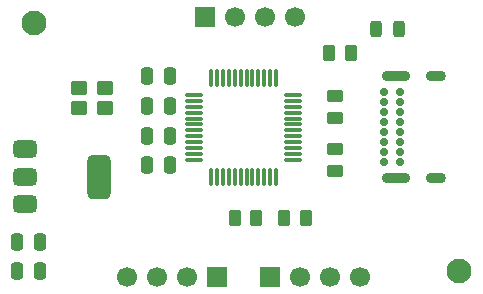
<source format=gbr>
%TF.GenerationSoftware,KiCad,Pcbnew,9.0.2*%
%TF.CreationDate,2025-06-11T21:18:27+05:30*%
%TF.ProjectId,STM 32,53544d20-3332-42e6-9b69-6361645f7063,rev?*%
%TF.SameCoordinates,Original*%
%TF.FileFunction,Soldermask,Top*%
%TF.FilePolarity,Negative*%
%FSLAX46Y46*%
G04 Gerber Fmt 4.6, Leading zero omitted, Abs format (unit mm)*
G04 Created by KiCad (PCBNEW 9.0.2) date 2025-06-11 21:18:27*
%MOMM*%
%LPD*%
G01*
G04 APERTURE LIST*
G04 Aperture macros list*
%AMRoundRect*
0 Rectangle with rounded corners*
0 $1 Rounding radius*
0 $2 $3 $4 $5 $6 $7 $8 $9 X,Y pos of 4 corners*
0 Add a 4 corners polygon primitive as box body*
4,1,4,$2,$3,$4,$5,$6,$7,$8,$9,$2,$3,0*
0 Add four circle primitives for the rounded corners*
1,1,$1+$1,$2,$3*
1,1,$1+$1,$4,$5*
1,1,$1+$1,$6,$7*
1,1,$1+$1,$8,$9*
0 Add four rect primitives between the rounded corners*
20,1,$1+$1,$2,$3,$4,$5,0*
20,1,$1+$1,$4,$5,$6,$7,0*
20,1,$1+$1,$6,$7,$8,$9,0*
20,1,$1+$1,$8,$9,$2,$3,0*%
G04 Aperture macros list end*
%ADD10R,1.700000X1.700000*%
%ADD11C,1.700000*%
%ADD12RoundRect,0.250000X-0.250000X-0.475000X0.250000X-0.475000X0.250000X0.475000X-0.250000X0.475000X0*%
%ADD13RoundRect,0.075000X-0.662500X-0.075000X0.662500X-0.075000X0.662500X0.075000X-0.662500X0.075000X0*%
%ADD14RoundRect,0.075000X-0.075000X-0.662500X0.075000X-0.662500X0.075000X0.662500X-0.075000X0.662500X0*%
%ADD15RoundRect,0.250000X0.262500X0.450000X-0.262500X0.450000X-0.262500X-0.450000X0.262500X-0.450000X0*%
%ADD16RoundRect,0.250000X-0.262500X-0.450000X0.262500X-0.450000X0.262500X0.450000X-0.262500X0.450000X0*%
%ADD17RoundRect,0.250000X0.450000X0.350000X-0.450000X0.350000X-0.450000X-0.350000X0.450000X-0.350000X0*%
%ADD18C,2.100000*%
%ADD19C,0.700000*%
%ADD20O,2.400000X0.900000*%
%ADD21O,1.700000X0.900000*%
%ADD22RoundRect,0.250000X0.450000X-0.262500X0.450000X0.262500X-0.450000X0.262500X-0.450000X-0.262500X0*%
%ADD23RoundRect,0.375000X-0.625000X-0.375000X0.625000X-0.375000X0.625000X0.375000X-0.625000X0.375000X0*%
%ADD24RoundRect,0.500000X-0.500000X-1.400000X0.500000X-1.400000X0.500000X1.400000X-0.500000X1.400000X0*%
%ADD25RoundRect,0.250000X0.250000X0.475000X-0.250000X0.475000X-0.250000X-0.475000X0.250000X-0.475000X0*%
%ADD26RoundRect,0.243750X0.243750X0.456250X-0.243750X0.456250X-0.243750X-0.456250X0.243750X-0.456250X0*%
G04 APERTURE END LIST*
D10*
%TO.C,UART*%
X104000000Y-113000000D03*
D11*
X101460000Y-113000000D03*
X98920000Y-113000000D03*
X96380000Y-113000000D03*
%TD*%
D12*
%TO.C,C6*%
X87100000Y-110000000D03*
X89000000Y-110000000D03*
%TD*%
D10*
%TO.C,I2C*%
X108500000Y-113000000D03*
D11*
X111040000Y-113000000D03*
X113580000Y-113000000D03*
X116120000Y-113000000D03*
%TD*%
D13*
%TO.C,STM32*%
X102087500Y-97587500D03*
X102087500Y-98087500D03*
X102087500Y-98587500D03*
X102087500Y-99087500D03*
X102087500Y-99587500D03*
X102087500Y-100087500D03*
X102087500Y-100587500D03*
X102087500Y-101087500D03*
X102087500Y-101587500D03*
X102087500Y-102087500D03*
X102087500Y-102587500D03*
X102087500Y-103087500D03*
D14*
X103500000Y-104500000D03*
X104000000Y-104500000D03*
X104500000Y-104500000D03*
X105000000Y-104500000D03*
X105500000Y-104500000D03*
X106000000Y-104500000D03*
X106500000Y-104500000D03*
X107000000Y-104500000D03*
X107500000Y-104500000D03*
X108000000Y-104500000D03*
X108500000Y-104500000D03*
X109000000Y-104500000D03*
D13*
X110412500Y-103087500D03*
X110412500Y-102587500D03*
X110412500Y-102087500D03*
X110412500Y-101587500D03*
X110412500Y-101087500D03*
X110412500Y-100587500D03*
X110412500Y-100087500D03*
X110412500Y-99587500D03*
X110412500Y-99087500D03*
X110412500Y-98587500D03*
X110412500Y-98087500D03*
X110412500Y-97587500D03*
D14*
X109000000Y-96175000D03*
X108500000Y-96175000D03*
X108000000Y-96175000D03*
X107500000Y-96175000D03*
X107000000Y-96175000D03*
X106500000Y-96175000D03*
X106000000Y-96175000D03*
X105500000Y-96175000D03*
X105000000Y-96175000D03*
X104500000Y-96175000D03*
X104000000Y-96175000D03*
X103500000Y-96175000D03*
%TD*%
D15*
%TO.C,R4*%
X107325000Y-108000000D03*
X105500000Y-108000000D03*
%TD*%
D16*
%TO.C,R3*%
X113500000Y-94000000D03*
X115325000Y-94000000D03*
%TD*%
D17*
%TO.C,Y1*%
X94500000Y-97000000D03*
X92300000Y-97000000D03*
X92300000Y-98700000D03*
X94500000Y-98700000D03*
%TD*%
D12*
%TO.C,C4*%
X87100000Y-112500000D03*
X89000000Y-112500000D03*
%TD*%
D18*
%TO.C,H1*%
X88500000Y-91500000D03*
%TD*%
D19*
%TO.C,USB*%
X118140000Y-103300000D03*
X118140000Y-102450000D03*
X118140000Y-101600000D03*
X118140000Y-100750000D03*
X118140000Y-99900000D03*
X118140000Y-99050000D03*
X118140000Y-98200000D03*
X118140000Y-97350000D03*
X119490000Y-97350000D03*
X119490000Y-98200000D03*
X119490000Y-99050000D03*
X119490000Y-99900000D03*
X119490000Y-100750000D03*
X119490000Y-101600000D03*
X119490000Y-102450000D03*
X119490000Y-103300000D03*
D20*
X119120000Y-104650000D03*
D21*
X122500000Y-104650000D03*
D20*
X119120000Y-96000000D03*
D21*
X122500000Y-96000000D03*
%TD*%
D18*
%TO.C,H2*%
X124500000Y-112500000D03*
%TD*%
D16*
%TO.C,R5*%
X109675000Y-108000000D03*
X111500000Y-108000000D03*
%TD*%
D22*
%TO.C,R2*%
X114000000Y-104000000D03*
X114000000Y-102175000D03*
%TD*%
%TO.C,R1*%
X114000000Y-99500000D03*
X114000000Y-97675000D03*
%TD*%
D12*
%TO.C,C5*%
X98100000Y-98500000D03*
X100000000Y-98500000D03*
%TD*%
D23*
%TO.C,U2*%
X87700000Y-102200000D03*
X87700000Y-104500000D03*
D24*
X94000000Y-104500000D03*
D23*
X87700000Y-106800000D03*
%TD*%
D25*
%TO.C,C2*%
X100000000Y-103500000D03*
X98100000Y-103500000D03*
%TD*%
%TO.C,C3*%
X100000000Y-96000000D03*
X98100000Y-96000000D03*
%TD*%
D26*
%TO.C,D1*%
X119375000Y-92000000D03*
X117500000Y-92000000D03*
%TD*%
D25*
%TO.C,C1*%
X100000000Y-101050000D03*
X98100000Y-101050000D03*
%TD*%
D10*
%TO.C,SWD*%
X102960000Y-91000000D03*
D11*
X105500000Y-91000000D03*
X108040000Y-91000000D03*
X110580000Y-91000000D03*
%TD*%
M02*

</source>
